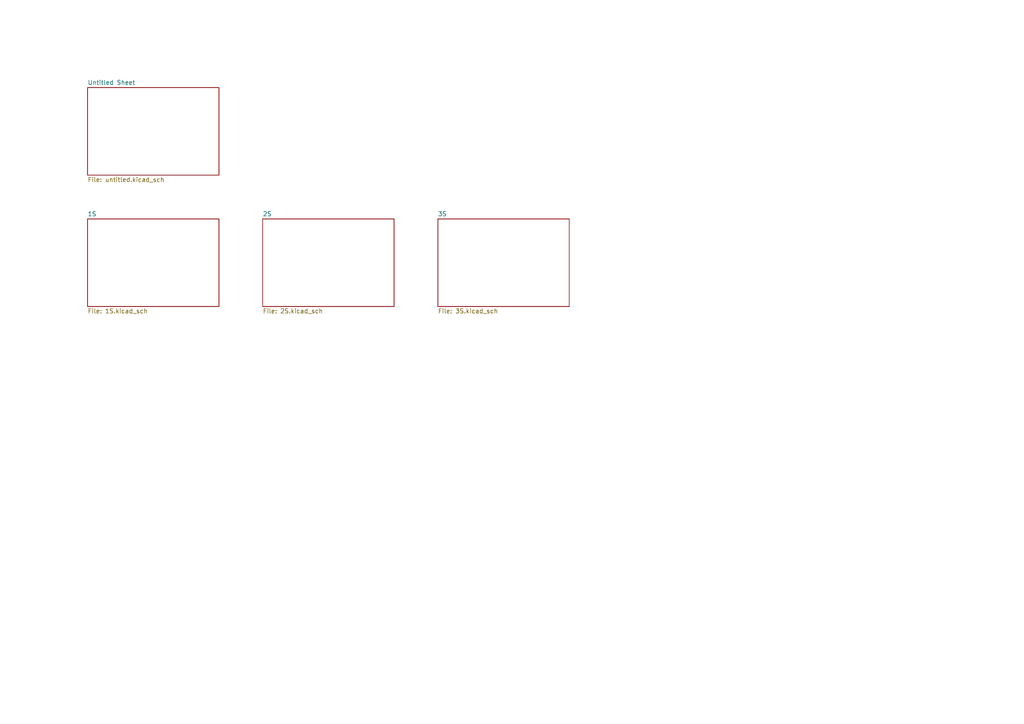
<source format=kicad_sch>
(kicad_sch (version 20211123) (generator eeschema)
  (paper "A4")
  (lib_symbols)
  (sheet (at 127 63.5) (size 38.1 25.4) (stroke (width 0.1524))
    (property "Sheet name" "3S" (at 127 62.7884 0) (effects (justify left bottom)))
    (property "Sheet file" "3S.kicad_sch" (at 127 89.4846 0) (effects (justify left top)))
  )
  (sheet (at 76.2 63.5) (size 38.1 25.4) (stroke (width 0.1524))
    (property "Sheet name" "2S" (at 76.2 62.7884 0) (effects (justify left bottom)))
    (property "Sheet file" "2S.kicad_sch" (at 76.2 89.4846 0) (effects (justify left top)))
  )
  (sheet (at 25.4 25.4) (size 38.1 25.4) (stroke (width 0.1524))
    (property "Sheet name" "Untitled Sheet" (at 25.4 24.6884 0) (effects (justify left bottom)))
    (property "Sheet file" "untitled.kicad_sch" (at 25.4 51.3846 0) (effects (justify left top)))
  )
  (sheet (at 25.4 63.5) (size 38.1 25.4) (stroke (width 0.1524))
    (property "Sheet name" "1S" (at 25.4 62.7884 0) (effects (justify left bottom)))
    (property "Sheet file" "1S.kicad_sch" (at 25.4 89.4846 0) (effects (justify left top)))
  )
)
</source>
